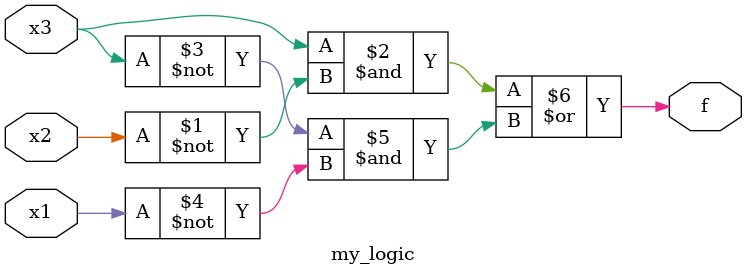
<source format=v>
/*
| x3 | x2 | x1 | f |
| -- | -- | -- | - |
| 0  | 0  | 0  | 1 |  // ~x3 & ~x2 & ~x1
| 0  | 0  | 1  | 0 |
| 0  | 1  | 0  | 1 |  // ~x3 &  x2 & ~x1
| 0  | 1  | 1  | 0 |
| 1  | 0  | 0  | 1 |  //  x3 & ~x2 & ~x1
| 1  | 0  | 1  | 1 |  //  x3 & ~x2 &  x1
| 1  | 1  | 0  | 0 |
| 1  | 1  | 1  | 0 |
*/
module my_logic (
    input  wire x3,
    input  wire x2,
    input  wire x1,
    output wire f
);
    assign f = (x3 & ~x2) | (~x3 & ~x1);
endmodule
</source>
